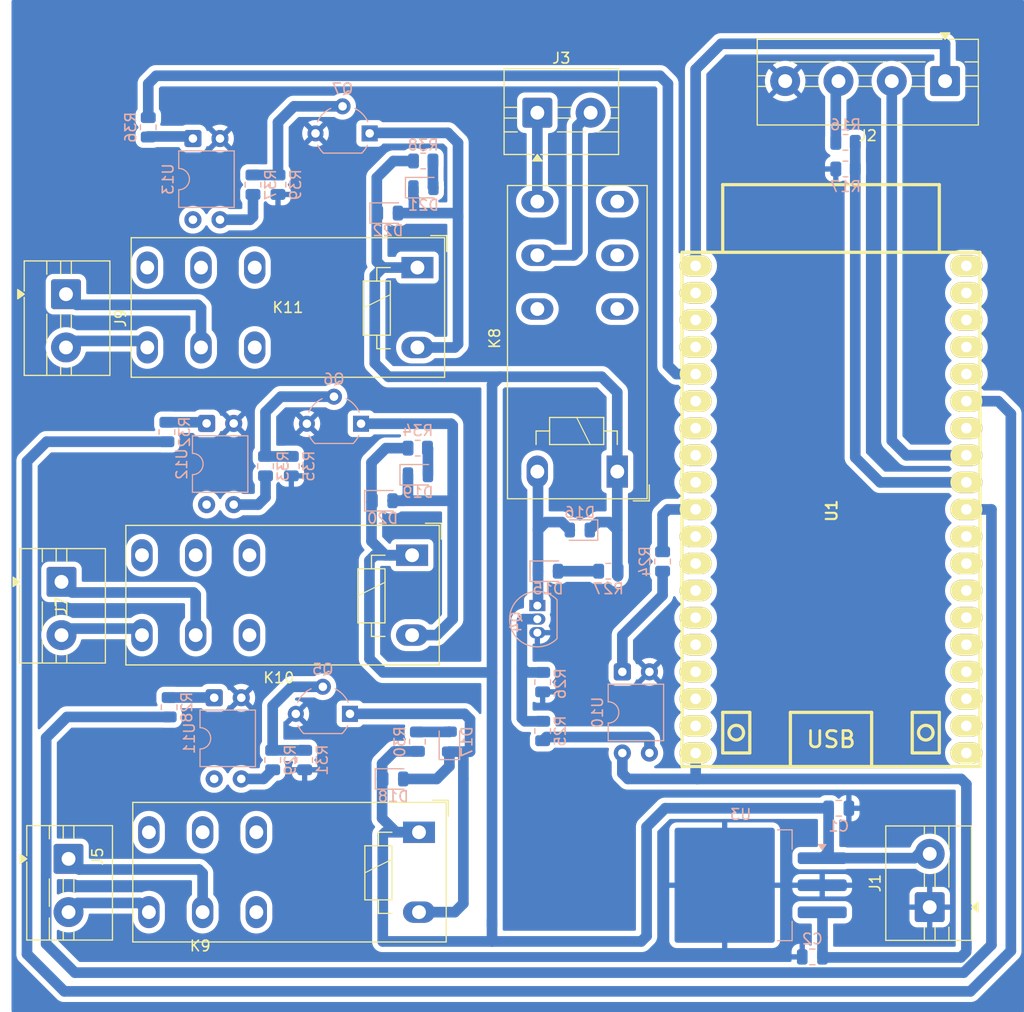
<source format=kicad_pcb>
(kicad_pcb (version 20241229) (generator "pcbnew") (generator_version "9.0")
  (layers (0 "F.Cu" signal) (2 "B.Cu" signal) (13 "F.Paste" user) (15 "B.Paste" user) (5 "F.SilkS" user "F.Silkscreen") (7 "B.SilkS" user "B.Silkscreen") (1 "F.Mask" user) (3 "B.Mask" user) (25 "Edge.Cuts" user))
  (net 0 "")
  (net 1 "GND")
  (net 2 "Net-(D15-A)")
  (net 3 "Net-(D15-K)")
  (net 4 "LED +")
  (net 5 "Net-(J2-Pin_3)")
  (net 6 "NC")
  (net 7 "Net-(Q4-B)")
  (net 8 "Net-(R24-Pad2)")
  (net 9 "Net-(R25-Pad1)")
  (net 10 "Net-(D17-A)")
  (net 11 "Net-(D19-A)")
  (net 12 "Net-(D21-A)")
  (net 18 "V1")
  (net 19 "V2")
  (net 20 "Net-(Q5-B)")
  (net 21 "Net-(Q6-B)")
  (net 22 "Net-(Q7-B)")
  (net 23 "3.3V")
  (net 24 "Net-(D17-K)")
  (net 25 "GIOP19")
  (net 26 "Net-(D19-K)")
  (net 27 "Net-(D21-K)")
  (net 28 "Net-(R28-Pad2)")
  (net 29 "Net-(R29-Pad1)")
  (net 30 "Net-(R32-Pad2)")
  (net 31 "Net-(R33-Pad1)")
  (net 32 "Net-(R36-Pad2)")
  (net 33 "Net-(R37-Pad1)")
  (net 34 "5V")
  (net 61 "GIOP21")
  (net 65 "+12V")
  (net 66 "+5V")
  (net 67 "GIOP34")
  (net 69 "V3")
  (net 70 "NO1")
  (net 71 "NO2")
  (net 72 "NO3")
  (net 81 "GIOP18")
  (net 83 "GIOP26")
  (net 84 "GIOP5")
  (footprint "Relay_THT:Relay_DPDT_Schrack-RT2-FormC_RM5mm" (layer "F.Cu") (at 237.8285 90.7615 90)
    (property "Reference" "K8" (at 12.5 -11.5 90) (layer "F.SilkS"))
    (property "Value" "Relay_DPDT")
    (pad "11" thru_hole oval (at 20.3 0 270) (size 2 3) (drill 1.3) (layers "*.Cu" "*.Mask"))
    (pad "12" thru_hole oval (at 15.26 0 270) (size 2 3) (drill 1.3) (layers "*.Cu" "*.Mask"))
    (pad "14" thru_hole oval (at 25.34 0 270) (size 2 3) (drill 1.3) (layers "*.Cu" "*.Mask"))
    (pad "21" thru_hole oval (at 20.3 -7.5 270) (size 2 3) (drill 1.3) (layers "*.Cu" "*.Mask") (net 34 "5V"))
    (pad "22" thru_hole oval (at 15.26 -7.5 270) (size 2 3) (drill 1.3) (layers "*.Cu" "*.Mask") (net 6 "NC"))
    (pad "24" thru_hole oval (at 25.34 -7.5 270) (size 2 3) (drill 1.3) (layers "*.Cu" "*.Mask") (net 4 "LED +"))
    (pad "A1" thru_hole rect (at 0 0 270) (size 3 2) (drill 1.3) (layers "*.Cu" "*.Mask") (net 65 "+12V"))
    (pad "A2" thru_hole oval (at 0 -7.5 270) (size 3 2) (drill 1.3) (layers "*.Cu" "*.Mask") (net 3 "Net-(D15-K)"))
  )
  (footprint "EESTN5:ESP32_DEVKITC" (layer "F.Cu") (at 257.8785 94.3115 -90)
    (property "Reference" "U1" (at 0.127 -0.0635 90) (layer "F.SilkS") (effects (font (size 1.016 1.016) (thickness 0.2032))))
    (property "Value" "ESP32_DEVKITC" (hide yes))
    (fp_text user "USB" (at 21.59 0 0) (layer "F.SilkS") (effects (font (size 1.524 1.524) (thickness 0.254))))
    (pad "1" thru_hole oval (at -22.86 12.7 270) (size 2 3) (drill 1) (layers "*.Cu" "*.Mask" "F.SilkS") (net 23 "3.3V"))
    (pad "2" thru_hole oval (at -20.32 12.7 270) (size 2 3) (drill 1) (layers "*.Cu" "*.Mask" "F.SilkS"))
    (pad "3" thru_hole oval (at -17.78 12.7 270) (size 2 3) (drill 1) (layers "*.Cu" "*.Mask" "F.SilkS"))
    (pad "4" thru_hole oval (at -15.24 12.7 270) (size 2 3) (drill 1) (layers "*.Cu" "*.Mask" "F.SilkS"))
    (pad "5" thru_hole oval (at -12.7 12.7 270) (size 2 3) (drill 1) (layers "*.Cu" "*.Mask" "F.SilkS") (net 67 "GIOP34"))
    (pad "6" thru_hole oval (at -10.16 12.7 270) (size 2 3) (drill 1) (layers "*.Cu" "*.Mask" "F.SilkS"))
    (pad "7" thru_hole oval (at -7.62 12.7 270) (size 2 3) (drill 1) (layers "*.Cu" "*.Mask" "F.SilkS"))
    (pad "8" thru_hole oval (at -5.08 12.7 270) (size 2 3) (drill 1) (layers "*.Cu" "*.Mask" "F.SilkS"))
    (pad "9" thru_hole oval (at -2.54 12.7 270) (size 2 3) (drill 1) (layers "*.Cu" "*.Mask" "F.SilkS"))
    (pad "10" thru_hole oval (at 0 12.7 270) (size 2 3) (drill 1) (layers "*.Cu" "*.Mask" "F.SilkS") (net 83 "GIOP26"))
    (pad "11" thru_hole oval (at 2.54 12.7 270) (size 2 3) (drill 1) (layers "*.Cu" "*.Mask" "F.SilkS"))
    (pad "12" thru_hole oval (at 5.08 12.7 270) (size 2 3) (drill 1) (layers "*.Cu" "*.Mask" "F.SilkS"))
    (pad "13" thru_hole oval (at 7.62 12.7 270) (size 2 3) (drill 1) (layers "*.Cu" "*.Mask" "F.SilkS"))
    (pad "14" thru_hole oval (at 10.16 12.7 270) (size 2 3) (drill 1) (layers "*.Cu" "*.Mask" "F.SilkS"))
    (pad "15" thru_hole oval (at 12.7 12.7 270) (size 2 3) (drill 1) (layers "*.Cu" "*.Mask" "F.SilkS"))
    (pad "16" thru_hole oval (at 15.24 12.7 270) (size 2 3) (drill 1) (layers "*.Cu" "*.Mask" "F.SilkS"))
    (pad "17" thru_hole oval (at 17.78 12.7 270) (size 2 3) (drill 1) (layers "*.Cu" "*.Mask" "F.SilkS"))
    (pad "18" thru_hole oval (at 20.32 12.7 270) (size 2 3) (drill 1) (layers "*.Cu" "*.Mask" "F.SilkS"))
    (pad "19" thru_hole oval (at 22.86 12.7 270) (size 2 3) (drill 1) (layers "*.Cu" "*.Mask" "F.SilkS") (net 66 "+5V"))
    (pad "20" thru_hole oval (at 22.86 -12.7 90) (size 2 3) (drill 1) (layers "*.Cu" "*.Mask" "F.SilkS"))
    (pad "21" thru_hole oval (at 20.32 -12.7 90) (size 2 3) (drill 1) (layers "*.Cu" "*.Mask" "F.SilkS"))
    (pad "22" thru_hole oval (at 17.78 -12.7 90) (size 2 3) (drill 1) (layers "*.Cu" "*.Mask" "F.SilkS"))
    (pad "23" thru_hole oval (at 15.24 -12.7 90) (size 2 3) (drill 1) (layers "*.Cu" "*.Mask" "F.SilkS"))
    (pad "24" thru_hole oval (at 12.7 -12.7 90) (size 2 3) (drill 1) (layers "*.Cu" "*.Mask" "F.SilkS"))
    (pad "25" thru_hole oval (at 10.16 -12.7 90) (size 2 3) (drill 1) (layers "*.Cu" "*.Mask" "F.SilkS"))
    (pad "26" thru_hole oval (at 7.62 -12.7 90) (size 2 3) (drill 1) (layers "*.Cu" "*.Mask" "F.SilkS"))
    (pad "27" thru_hole oval (at 5.08 -12.7 90) (size 2 3) (drill 1) (layers "*.Cu" "*.Mask" "F.SilkS"))
    (pad "28" thru_hole oval (at 2.54 -12.7 90) (size 2 3) (drill 1) (layers "*.Cu" "*.Mask" "F.SilkS"))
    (pad "29" thru_hole oval (at 0 -12.7 90) (size 2 3) (drill 1) (layers "*.Cu" "*.Mask" "F.SilkS") (net 84 "GIOP5"))
    (pad "30" thru_hole oval (at -2.54 -12.7 90) (size 2 3) (drill 1) (layers "*.Cu" "*.Mask" "F.SilkS") (net 81 "GIOP18"))
    (pad "31" thru_hole oval (at -5.08 -12.7 90) (size 2 3) (drill 1) (layers "*.Cu" "*.Mask" "F.SilkS"))
    (pad "32" thru_hole oval (at -7.62 -12.7 90) (size 2 3) (drill 1) (layers "*.Cu" "*.Mask" "F.SilkS"))
    (pad "33" thru_hole oval (at -10.16 -12.7 90) (size 2 3) (drill 1) (layers "*.Cu" "*.Mask" "F.SilkS") (net 61 "GIOP21"))
    (pad "34" thru_hole oval (at -12.7 -12.7 90) (size 2 3) (drill 1) (layers "*.Cu" "*.Mask" "F.SilkS"))
    (pad "35" thru_hole oval (at -15.24 -12.7 90) (size 2 3) (drill 1) (layers "*.Cu" "*.Mask" "F.SilkS"))
    (pad "36" thru_hole oval (at -17.78 -12.7 90) (size 2 3) (drill 1) (layers "*.Cu" "*.Mask" "F.SilkS"))
    (pad "37" thru_hole oval (at -20.32 -12.7 90) (size 2 3) (drill 1) (layers "*.Cu" "*.Mask" "F.SilkS"))
    (pad "38" thru_hole oval (at -22.86 -12.7 90) (size 2 3) (drill 1) (layers "*.Cu" "*.Mask" "F.SilkS"))
  )
  (footprint "TerminalBlock:TerminalBlock_MaiXu_MX126-5.0-02P_1x02_P5.00mm" (layer "F.Cu") (at 267.1385 131.6415 90)
    (property "Reference" "J1" (at 2.25 -5.12 90) (layer "F.SilkS"))
    (property "Value" "Screw_Terminal_01x02")
    (pad "1" thru_hole roundrect (at 0 0 90) (size 2.8 2.8) (drill 1.3) (layers "*.Cu" "*.Mask") (roundrect_rratio 0.089286) (net 1 "GND"))
    (pad "2" thru_hole circle (at 5 0 90) (size 2.8 2.8) (drill 1.3) (layers "*.Cu" "*.Mask") (net 65 "+12V"))
  )
  (footprint "Relay_THT:Relay_DPDT_Schrack-RT2-FormC_RM5mm" (layer "F.Cu") (at 219.0785 71.6115 180)
    (property "Reference" "K11" (at 12.15 -3.75 0) (layer "F.SilkS"))
    (property "Value" "Relay_DPDT")
    (pad "11" thru_hole oval (at 20.3 0) (size 2 3) (drill 1.3) (layers "*.Cu" "*.Mask"))
    (pad "12" thru_hole oval (at 15.26 0) (size 2 3) (drill 1.3) (layers "*.Cu" "*.Mask"))
    (pad "14" thru_hole oval (at 25.34 0) (size 2 3) (drill 1.3) (layers "*.Cu" "*.Mask"))
    (pad "21" thru_hole oval (at 20.3 -7.5) (size 2 3) (drill 1.3) (layers "*.Cu" "*.Mask") (net 69 "V3"))
    (pad "22" thru_hole oval (at 15.26 -7.5) (size 2 3) (drill 1.3) (layers "*.Cu" "*.Mask"))
    (pad "24" thru_hole oval (at 25.34 -7.5) (size 2 3) (drill 1.3) (layers "*.Cu" "*.Mask") (net 72 "NO3"))
    (pad "A1" thru_hole rect (at 0 0) (size 3 2) (drill 1.3) (layers "*.Cu" "*.Mask") (net 65 "+12V"))
    (pad "A2" thru_hole oval (at 0 -7.5) (size 3 2) (drill 1.3) (layers "*.Cu" "*.Mask") (net 27 "Net-(D21-K)"))
  )
  (footprint "Relay_THT:Relay_DPDT_Schrack-RT2-FormC_RM5mm" (layer "F.Cu") (at 219.2285 124.6115 180)
    (property "Reference" "K9" (at 20.52375 -10.675 0) (layer "F.SilkS"))
    (property "Value" "Relay_DPDT")
    (pad "11" thru_hole oval (at 20.3 0) (size 2 3) (drill 1.3) (layers "*.Cu" "*.Mask"))
    (pad "12" thru_hole oval (at 15.26 0) (size 2 3) (drill 1.3) (layers "*.Cu" "*.Mask"))
    (pad "14" thru_hole oval (at 25.34 0) (size 2 3) (drill 1.3) (layers "*.Cu" "*.Mask"))
    (pad "21" thru_hole oval (at 20.3 -7.5) (size 2 3) (drill 1.3) (layers "*.Cu" "*.Mask") (net 18 "V1"))
    (pad "22" thru_hole oval (at 15.26 -7.5) (size 2 3) (drill 1.3) (layers "*.Cu" "*.Mask"))
    (pad "24" thru_hole oval (at 25.34 -7.5) (size 2 3) (drill 1.3) (layers "*.Cu" "*.Mask") (net 70 "NO1"))
    (pad "A1" thru_hole rect (at 0 0) (size 3 2) (drill 1.3) (layers "*.Cu" "*.Mask") (net 65 "+12V"))
    (pad "A2" thru_hole oval (at 0 -7.5) (size 3 2) (drill 1.3) (layers "*.Cu" "*.Mask") (net 24 "Net-(D17-K)"))
  )
  (footprint "TerminalBlock:TerminalBlock_MaiXu_MX126-5.0-02P_1x02_P5.00mm" (layer "F.Cu") (at 230.3285 57.079)
    (property "Reference" "J3" (at 2.25 -5.12 0) (layer "F.SilkS"))
    (property "Value" "Screw_Terminal_01x02")
    (pad "1" thru_hole roundrect (at 0 0) (size 2.8 2.8) (drill 1.3) (layers "*.Cu" "*.Mask") (roundrect_rratio 0.089286) (net 4 "LED +"))
    (pad "2" thru_hole circle (at 5 0) (size 2.8 2.8) (drill 1.3) (layers "*.Cu" "*.Mask") (net 34 "5V"))
  )
  (footprint "TerminalBlock:TerminalBlock_MaiXu_MX126-5.0-02P_1x02_P5.00mm" (layer "F.Cu") (at 186.351 127.1115 -90)
    (property "Reference" "J5" (at -0.21 -2.725 90) (layer "F.SilkS"))
    (property "Value" "Screw_Terminal_01x02")
    (pad "1" thru_hole roundrect (at 0 0 270) (size 2.8 2.8) (drill 1.3) (layers "*.Cu" "*.Mask") (roundrect_rratio 0.089286) (net 18 "V1"))
    (pad "2" thru_hole circle (at 5 0 270) (size 2.8 2.8) (drill 1.3) (layers "*.Cu" "*.Mask") (net 70 "NO1"))
  )
  (footprint "TerminalBlock:TerminalBlock_MaiXu_MX126-5.0-04P_1x04_P5.00mm" (layer "F.Cu") (at 268.5785 54.1115 180)
    (property "Reference" "J2" (at 7.25 -5.12 0) (layer "F.SilkS"))
    (property "Value" "Screw_Terminal_01x04")
    (pad "1" thru_hole roundrect (at 0 0 180) (size 2.8 2.8) (drill 1.3) (layers "*.Cu" "*.Mask") (roundrect_rratio 0.089286) (net 23 "3.3V"))
    (pad "2" thru_hole circle (at 5 0 180) (size 2.8 2.8) (drill 1.3) (layers "*.Cu" "*.Mask") (net 25 "GIOP19"))
    (pad "3" thru_hole circle (at 10 0 180) (size 2.8 2.8) (drill 1.3) (layers "*.Cu" "*.Mask") (net 5 "Net-(J2-Pin_3)"))
    (pad "4" thru_hole circle (at 15 0 180) (size 2.8 2.8) (drill 1.3) (layers "*.Cu" "*.Mask") (net 1 "GND"))
  )
  (footprint "TerminalBlock:TerminalBlock_MaiXu_MX126-5.0-02P_1x02_P5.00mm" (layer "F.Cu") (at 185.6885 101.1115 -90)
    (property "Reference" "J7" (at 2.25 0.0325 90) (layer "F.SilkS"))
    (property "Value" "Screw_Terminal_01x02")
    (pad "1" thru_hole roundrect (at 0 0 270) (size 2.8 2.8) (drill 1.3) (layers "*.Cu" "*.Mask") (roundrect_rratio 0.089286) (net 19 "V2"))
    (pad "2" thru_hole circle (at 5 0 270) (size 2.8 2.8) (drill 1.3) (layers "*.Cu" "*.Mask") (net 71 "NO2"))
  )
  (footprint "Relay_THT:Relay_DPDT_Schrack-RT2-FormC_RM5mm" (layer "F.Cu") (at 218.5785 98.6115 180)
    (property "Reference" "K10" (at 12.5 -11.5 0) (layer "F.SilkS"))
    (property "Value" "Relay_DPDT")
    (pad "11" thru_hole oval (at 20.3 0) (size 2 3) (drill 1.3) (layers "*.Cu" "*.Mask"))
    (pad "12" thru_hole oval (at 15.26 0) (size 2 3) (drill 1.3) (layers "*.Cu" "*.Mask"))
    (pad "14" thru_hole oval (at 25.34 0) (size 2 3) (drill 1.3) (layers "*.Cu" "*.Mask"))
    (pad "21" thru_hole oval (at 20.3 -7.5) (size 2 3) (drill 1.3) (layers "*.Cu" "*.Mask") (net 19 "V2"))
    (pad "22" thru_hole oval (at 15.26 -7.5) (size 2 3) (drill 1.3) (layers "*.Cu" "*.Mask"))
    (pad "24" thru_hole oval (at 25.34 -7.5) (size 2 3) (drill 1.3) (layers "*.Cu" "*.Mask") (net 71 "NO2"))
    (pad "A1" thru_hole rect (at 0 0) (size 3 2) (drill 1.3) (layers "*.Cu" "*.Mask") (net 65 "+12V"))
    (pad "A2" thru_hole oval (at 0 -7.5) (size 3 2) (drill 1.3) (layers "*.Cu" "*.Mask") (net 26 "Net-(D19-K)"))
  )
  (footprint "TerminalBlock:TerminalBlock_MaiXu_MX126-5.0-02P_1x02_P5.00mm" (layer "F.Cu") (at 186.111 74.1115 -90)
    (property "Reference" "J9" (at 2.25 -5.12 90) (layer "F.SilkS"))
    (property "Value" "Screw_Terminal_01x02")
    (pad "1" thru_hole roundrect (at 0 0 270) (size 2.8 2.8) (drill 1.3) (layers "*.Cu" "*.Mask") (roundrect_rratio 0.089286) (net 69 "V3"))
    (pad "2" thru_hole circle (at 5 0 270) (size 2.8 2.8) (drill 1.3) (layers "*.Cu" "*.Mask") (net 72 "NO3"))
  )
  (footprint "Resistor_SMD:R_0805_2012Metric" (layer "B.Cu") (at 230.8285 110.524 90)
    (property "Reference" "R26" (at -0.1425 1.65 90) (layer "B.SilkS") (effects (justify mirror)))
    (property "Value" "10K")
    (pad "1" smd roundrect (at -0.9125 0 90) (size 1.025 1.4) (layers "B.Cu" "B.Mask" "B.Paste") (roundrect_rratio 0.243902) (net 1 "GND"))
    (pad "2" smd roundrect (at 0.9125 0 90) (size 1.025 1.4) (layers "B.Cu" "B.Mask" "B.Paste") (roundrect_rratio 0.243902) (net 7 "Net-(Q4-B)"))
  )
  (footprint "Resistor_SMD:R_0805_2012Metric" (layer "B.Cu") (at 219.0785 116.1115 -90)
    (property "Reference" "R30" (at 0 1.65 90) (layer "B.SilkS") (effects (justify mirror)))
    (property "Value" "330")
    (pad "1" smd roundrect (at -0.9125 0 270) (size 1.025 1.4) (layers "B.Cu" "B.Mask" "B.Paste") (roundrect_rratio 0.243902) (net 10 "Net-(D17-A)"))
    (pad "2" smd roundrect (at 0.9125 0 270) (size 1.025 1.4) (layers "B.Cu" "B.Mask" "B.Paste") (roundrect_rratio 0.243902) (net 65 "+12V"))
  )
  (footprint "Resistor_SMD:R_0805_2012Metric" (layer "B.Cu") (at 195.5785 87.0465 90)
    (property "Reference" "R32" (at 0 1.65 90) (layer "B.SilkS") (effects (justify mirror)))
    (property "Value" "1K")
    (pad "1" smd roundrect (at -0.9125 0 90) (size 1.025 1.4) (layers "B.Cu" "B.Mask" "B.Paste") (roundrect_rratio 0.243902) (net 61 "GIOP21"))
    (pad "2" smd roundrect (at 0.9125 0 90) (size 1.025 1.4) (layers "B.Cu" "B.Mask" "B.Paste") (roundrect_rratio 0.243902) (net 30 "Net-(R32-Pad2)"))
  )
  (footprint "Diode_SMD:D_0805_2012Metric" (layer "B.Cu") (at 234.3125 96.25 180)
    (property "Reference" "D16" (at 0 1.65 0) (layer "B.SilkS") (effects (justify mirror)))
    (property "Value" "D")
    (pad "1" smd roundrect (at -0.9375 0 180) (size 0.975 1.4) (layers "B.Cu" "B.Mask" "B.Paste") (net 65 "+12V"))
    (pad "2" smd roundrect (at 0.9375 0 180) (size 0.975 1.4) (layers "B.Cu" "B.Mask" "B.Paste") (net 3 "Net-(D15-K)"))
  )
  (footprint "Resistor_SMD:R_0805_2012Metric" (layer "B.Cu") (at 207.25 90.25 90)
    (property "Reference" "R35" (at 0 1.65 90) (layer "B.SilkS") (effects (justify mirror)))
    (property "Value" "10K")
    (pad "1" smd roundrect (at -0.9125 0 90) (size 1.025 1.4) (layers "B.Cu" "B.Mask" "B.Paste") (roundrect_rratio 0.243902) (net 1 "GND"))
    (pad "2" smd roundrect (at 0.9125 0 90) (size 1.025 1.4) (layers "B.Cu" "B.Mask" "B.Paste") (roundrect_rratio 0.243902) (net 21 "Net-(Q6-B)"))
  )
  (footprint "Resistor_SMD:R_0805_2012Metric" (layer "B.Cu") (at 208.5 117.8375 90)
    (property "Reference" "R31" (at 0 1.65 90) (layer "B.SilkS") (effects (justify mirror)))
    (property "Value" "10K")
    (pad "1" smd roundrect (at -0.9125 0 90) (size 1.025 1.4) (layers "B.Cu" "B.Mask" "B.Paste") (roundrect_rratio 0.243902) (net 1 "GND"))
    (pad "2" smd roundrect (at 0.9125 0 90) (size 1.025 1.4) (layers "B.Cu" "B.Mask" "B.Paste") (roundrect_rratio 0.243902) (net 20 "Net-(Q5-B)"))
  )
  (footprint "Diode_SMD:D_0805_2012Metric" (layer "B.Cu") (at 216.8125 119.6115)
    (property "Reference" "D18" (at 0 1.65 180) (layer "B.SilkS") (effects (justify mirror)))
    (property "Value" "D")
    (pad "1" smd roundrect (at -0.9375 0) (size 0.975 1.4) (layers "B.Cu" "B.Mask" "B.Paste") (net 65 "+12V"))
    (pad "2" smd roundrect (at 0.9375 0) (size 0.975 1.4) (layers "B.Cu" "B.Mask" "B.Paste") (net 24 "Net-(D17-K)"))
  )
  (footprint "Resistor_SMD:R_0805_2012Metric" (layer "B.Cu") (at 205.5 117.8375 90)
    (property "Reference" "R29" (at 0 1.65 90) (layer "B.SilkS") (effects (justify mirror)))
    (property "Value" "1K")
    (pad "1" smd roundrect (at -0.9125 0 90) (size 1.025 1.4) (layers "B.Cu" "B.Mask" "B.Paste") (roundrect_rratio 0.243902) (net 29 "Net-(R29-Pad1)"))
    (pad "2" smd roundrect (at 0.9125 0 90) (size 1.025 1.4) (layers "B.Cu" "B.Mask" "B.Paste") (roundrect_rratio 0.243902) (net 20 "Net-(Q5-B)"))
  )
  (footprint "Diode_SMD:D_0805_2012Metric" (layer "B.Cu") (at 215.8125 93.5)
    (property "Reference" "D20" (at 0 1.65 180) (layer "B.SilkS") (effects (justify mirror)))
    (property "Value" "D")
    (pad "1" smd roundrect (at -0.9375 0) (size 0.975 1.4) (layers "B.Cu" "B.Mask" "B.Paste") (net 65 "+12V"))
    (pad "2" smd roundrect (at 0.9375 0) (size 0.975 1.4) (layers "B.Cu" "B.Mask" "B.Paste") (net 26 "Net-(D19-K)"))
  )
  (footprint "Resistor_SMD:R_0805_2012Metric" (layer "B.Cu") (at 195.78975 112.879625 90)
    (property "Reference" "R28" (at 0 1.65 90) (layer "B.SilkS") (effects (justify mirror)))
    (property "Value" "1K")
    (pad "1" smd roundrect (at -0.9125 0 90) (size 1.025 1.4) (layers "B.Cu" "B.Mask" "B.Paste") (roundrect_rratio 0.243902) (net 84 "GIOP5"))
    (pad "2" smd roundrect (at 0.9125 0 90) (size 1.025 1.4) (layers "B.Cu" "B.Mask" "B.Paste") (roundrect_rratio 0.243902) (net 28 "Net-(R28-Pad2)"))
  )
  (footprint "Resistor_SMD:R_0805_2012Metric" (layer "B.Cu") (at 259.241 59.8615 180)
    (property "Reference" "R16" (at 0 1.65 0) (layer "B.SilkS") (effects (justify mirror)))
    (property "Value" "1K")
    (pad "1" smd roundrect (at -0.9125 0 180) (size 1.025 1.4) (layers "B.Cu" "B.Mask" "B.Paste") (roundrect_rratio 0.243902) (net 81 "GIOP18"))
    (pad "2" smd roundrect (at 0.9125 0 180) (size 1.025 1.4) (layers "B.Cu" "B.Mask" "B.Paste") (roundrect_rratio 0.243902) (net 5 "Net-(J2-Pin_3)"))
  )
  (footprint "Resistor_SMD:R_0805_2012Metric" (layer "B.Cu") (at 206 63.8375 90)
    (property "Reference" "R39" (at 0 1.65 90) (layer "B.SilkS") (effects (justify mirror)))
    (property "Value" "10K")
    (pad "1" smd roundrect (at -0.9125 0 90) (size 1.025 1.4) (layers "B.Cu" "B.Mask" "B.Paste") (roundrect_rratio 0.243902) (net 1 "GND"))
    (pad "2" smd roundrect (at 0.9125 0 90) (size 1.025 1.4) (layers "B.Cu" "B.Mask" "B.Paste") (roundrect_rratio 0.243902) (net 22 "Net-(Q7-B)"))
  )
  (footprint "LED_SMD:LED_0805_2012Metric" (layer "B.Cu") (at 219.1285 91.0615)
    (property "Reference" "D19" (at 0 1.65 0) (layer "B.SilkS") (effects (justify mirror)))
    (property "Value" "LED")
    (pad "1" smd roundrect (at -0.9375 0) (size 0.975 1.4) (layers "B.Cu" "B.Mask" "B.Paste") (net 26 "Net-(D19-K)"))
    (pad "2" smd roundrect (at 0.9375 0) (size 0.975 1.4) (layers "B.Cu" "B.Mask" "B.Paste") (net 11 "Net-(D19-A)"))
  )
  (footprint "Package_TO_SOT_THT:TO-92_Wide" (layer "B.Cu") (at 212.75 113.5 180)
    (property "Reference" "Q5" (at 2.55 4.19 0) (layer "B.SilkS") (effects (justify mirror)))
    (property "Value" "BC547")
    (pad "1" thru_hole rect (at 0 0 180) (size 1.5 1.5) (drill 0.8) (layers "*.Cu" "*.Mask") (net 24 "Net-(D17-K)"))
    (pad "2" thru_hole circle (at 2.54 2.54 180) (size 1.5 1.5) (drill 0.8) (layers "*.Cu" "*.Mask") (net 20 "Net-(Q5-B)"))
    (pad "3" thru_hole circle (at 5.08 0 180) (size 1.5 1.5) (drill 0.8) (layers "*.Cu" "*.Mask") (net 1 "GND"))
  )
  (footprint "Resistor_SMD:R_0805_2012Metric" (layer "B.Cu") (at 219.621 61.6115 180)
    (property "Reference" "R38" (at 0 1.5 0) (layer "B.SilkS") (effects (justify mirror)))
    (property "Value" "330")
    (pad "1" smd roundrect (at -0.9125 0 180) (size 1.025 1.4) (layers "B.Cu" "B.Mask" "B.Paste") (roundrect_rratio 0.243902) (net 12 "Net-(D21-A)"))
    (pad "2" smd roundrect (at 0.9125 0 180) (size 1.025 1.4) (layers "B.Cu" "B.Mask" "B.Paste") (roundrect_rratio 0.243902) (net 65 "+12V"))
  )
  (footprint "Resistor_SMD:R_0805_2012Metric" (layer "B.Cu") (at 236.991 100.1115)
    (property "Reference" "R27" (at 0 1.65 0) (layer "B.SilkS") (effects (justify mirror)))
    (property "Value" "330")
    (pad "1" smd roundrect (at -0.9125 0) (size 1.025 1.4) (layers "B.Cu" "B.Mask" "B.Paste") (roundrect_rratio 0.243902) (net 2 "Net-(D15-A)"))
    (pad "2" smd roundrect (at 0.9125 0) (size 1.025 1.4) (layers "B.Cu" "B.Mask" "B.Paste") (roundrect_rratio 0.243902) (net 65 "+12V"))
  )
  (footprint "Resistor_SMD:R_0805_2012Metric" (layer "B.Cu") (at 193.8285 58.449 -90)
    (property "Reference" "R36" (at 0 1.65 90) (layer "B.SilkS") (effects (justify mirror)))
    (property "Value" "1K")
    (pad "1" smd roundrect (at -0.9125 0 270) (size 1.025 1.4) (layers "B.Cu" "B.Mask" "B.Paste") (roundrect_rratio 0.243902) (net 67 "GIOP34"))
    (pad "2" smd roundrect (at 0.9125 0 270) (size 1.025 1.4) (layers "B.Cu" "B.Mask" "B.Paste") (roundrect_rratio 0.243902) (net 32 "Net-(R36-Pad2)"))
  )
  (footprint "Resistor_SMD:R_0805_2012Metric" (layer "B.Cu") (at 230.8285 115.1115 90)
    (property "Reference" "R25" (at 0 1.65 90) (layer "B.SilkS") (effects (justify mirror)))
    (property "Value" "1K")
    (pad "1" smd roundrect (at -0.9125 0 90) (size 1.025 1.4) (layers "B.Cu" "B.Mask" "B.Paste") (roundrect_rratio 0.243902) (net 9 "Net-(R25-Pad1)"))
    (pad "2" smd roundrect (at 0.9125 0 90) (size 1.025 1.4) (layers "B.Cu" "B.Mask" "B.Paste") (roundrect_rratio 0.243902) (net 7 "Net-(Q4-B)"))
  )
  (footprint "Package_TO_SOT_THT:TO-92_Wide" (layer "B.Cu") (at 214.5985 59.02 180)
    (property "Reference" "Q7" (at 2.55 4.19 0) (layer "B.SilkS") (effects (justify mirror)))
    (property "Value" "BC547")
    (pad "1" thru_hole rect (at 0 0 180) (size 1.5 1.5) (drill 0.8) (layers "*.Cu" "*.Mask") (net 27 "Net-(D21-K)"))
    (pad "2" thru_hole circle (at 2.54 2.54 180) (size 1.5 1.5) (drill 0.8) (layers "*.Cu" "*.Mask") (net 22 "Net-(Q7-B)"))
    (pad "3" thru_hole circle (at 5.08 0 180) (size 1.5 1.5) (drill 0.8) (layers "*.Cu" "*.Mask") (net 1 "GND"))
  )
  (footprint "LED_SMD:LED_0805_2012Metric" (layer "B.Cu") (at 219.641 64.1115)
    (property "Reference" "D21" (at 0 1.65 0) (layer "B.SilkS") (effects (justify mirror)))
    (property "Value" "LED")
    (pad "1" smd roundrect (at -0.9375 0) (size 0.975 1.4) (layers "B.Cu" "B.Mask" "B.Paste") (net 27 "Net-(D21-K)"))
    (pad "2" smd roundrect (at 0.9375 0) (size 0.975 1.4) (layers "B.Cu" "B.Mask" "B.Paste") (net 12 "Net-(D21-A)"))
  )
  (footprint "LED_SMD:LED_0805_2012Metric" (layer "B.Cu") (at 222.0785 116.1115 90)
    (property "Reference" "D17" (at 0 1.65 90) (layer "B.SilkS") (effects (justify mirror)))
    (property "Value" "LED")
    (pad "1" smd roundrect (at -0.9375 0 90) (size 0.975 1.4) (layers "B.Cu" "B.Mask" "B.Paste") (net 24 "Net-(D17-K)"))
    (pad "2" smd roundrect (at 0.9375 0 90) (size 0.975 1.4) (layers "B.Cu" "B.Mask" "B.Paste") (net 10 "Net-(D17-A)"))
  )
  (footprint "Package_DIP:DIP-4_W7.62mm" (layer "B.Cu") (at 200.01475 111.987125 -90)
    (property "Reference" "U11" (at 3.81 2.33 90) (layer "B.SilkS") (effects (justify mirror)))
    (property "Value" "PC817")
    (pad "1" thru_hole roundrect (at 0 0 270) (size 1.6 1.6) (drill 0.8) (layers "*.Cu" "*.Mask") (roundrect_rratio 0.15625) (net 28 "Net-(R28-Pad2)"))
    (pad "2" thru_hole circle (at 0 -2.54 270) (size 1.6 1.6) (drill 0.8) (layers "*.Cu" "*.Mask") (net 1 "GND"))
    (pad "3" thru_hole circle (at 7.62 -2.54 270) (size 1.6 1.6) (drill 0.8) (layers "*.Cu" "*.Mask") (net 29 "Net-(R29-Pad1)"))
    (pad "4" thru_hole circle (at 7.62 0 270) (size 1.6 1.6) (drill 0.8) (layers "*.Cu" "*.Mask"))
  )
  (footprint "Capacitor_SMD:C_0805_2012Metric" (layer "B.Cu") (at 258.6035 122.3615)
    (property "Reference" "C1" (at 0 1.68 0) (layer "B.SilkS") (effects (justify mirror)))
    (property "Value" "0.33µf")
    (pad "1" smd roundrect (at -0.95 0) (size 1 1.45) (layers "B.Cu" "B.Mask" "B.Paste") (net 65 "+12V"))
    (pad "2" smd roundrect (at 0.95 0) (size 1 1.45) (layers "B.Cu" "B.Mask" "B.Paste") (net 1 "GND"))
  )
  (footprint "Capacitor_SMD:C_0805_2012Metric" (layer "B.Cu") (at 256.1285 136.3115 180)
    (property "Reference" "C2" (at 0 1.68 0) (layer "B.SilkS") (effects (justify mirror)))
    (property "Value" "0.1µf")
    (pad "1" smd roundrect (at -0.95 0 180) (size 1 1.45) (layers "B.Cu" "B.Mask" "B.Paste") (net 66 "+5V"))
    (pad "2" smd roundrect (at 0.95 0 180) (size 1 1.45) (layers "B.Cu" "B.Mask" "B.Paste") (net 1 "GND"))
  )
  (footprint "Package_DIP:DIP-4_W7.62mm" (layer "B.Cu") (at 199.3035 86.2415 -90)
    (property "Reference" "U12" (at 3.81 2.33 90) (layer "B.SilkS") (effects (justify mirror)))
    (property "Value" "PC817")
    (pad "1" thru_hole roundrect (at 0 0 270) (size 1.6 1.6) (drill 0.8) (layers "*.Cu" "*.Mask") (roundrect_rratio 0.15625) (net 30 "Net-(R32-Pad2)"))
    (pad "2" thru_hole circle (at 0 -2.54 270) (size 1.6 1.6) (drill 0.8) (layers "*.Cu" "*.Mask") (net 1 "GND"))
    (pad "3" thru_hole circle (at 7.62 -2.54 270) (size 1.6 1.6) (drill 0.8) (layers "*.Cu" "*.Mask") (net 31 "Net-(R33-Pad1)"))
    (pad "4" thru_hole circle (at 7.62 0 270) (size 1.6 1.6) (drill 0.8) (layers "*.Cu" "*.Mask"))
  )
  (footprint "Package_TO_SOT_THT:TO-92_Inline" (layer "B.Cu") (at 230.3285 103.3415 -90)
    (property "Reference" "Q4" (at 1.54 2 90) (layer "B.SilkS") (effects (justify mirror)))
    (property "Value" "BC547")
    (pad "1" thru_hole rect (at 0 0 270) (size 1.05 1.5) (drill 0.75) (layers "*.Cu" "*.Mask") (net 3 "Net-(D15-K)"))
    (pad "2" thru_hole oval (at 1.27 0 270) (size 1.05 1.5) (drill 0.75) (layers "*.Cu" "*.Mask") (net 7 "Net-(Q4-B)"))
    (pad "3" thru_hole oval (at 2.54 0 270) (size 1.05 1.5) (drill 0.75) (layers "*.Cu" "*.Mask") (net 1 "GND"))
  )
  (footprint "Diode_SMD:D_0805_2012Metric" (layer "B.Cu") (at 216.3125 66.5)
    (property "Reference" "D22" (at 0 1.65 180) (layer "B.SilkS") (effects (justify mirror)))
    (property "Value" "D")
    (pad "1" smd roundrect (at -0.9375 0) (size 0.975 1.4) (layers "B.Cu" "B.Mask" "B.Paste") (net 65 "+12V"))
    (pad "2" smd roundrect (at 0.9375 0) (size 0.975 1.4) (layers "B.Cu" "B.Mask" "B.Paste") (net 27 "Net-(D21-K)"))
  )
  (footprint "Package_TO_SOT_SMD:TO-263-3_TabPin2" (layer "B.Cu") (at 249.4035 129.5865 180)
    (property "Reference" "U3" (at 0 6.65 0) (layer "B.SilkS") (effects (justify mirror)))
    (property "Value" "L7805")
    (pad "1" smd roundrect (at -7.65 2.54 180) (size 4.6 1.1) (layers "B.Cu" "B.Mask" "B.Paste") (roundrect_rratio 0.227273) (net 65 "+12V"))
    (pad "2" smd roundrect (at -7.65 0 180) (size 4.6 1.1) (layers "B.Cu" "B.Mask" "B.Paste") (roundrect_rratio 0.227273) (net 1 "GND"))
    (pad "2" smd roundrect (at 1.5 0 180) (size 9.4 10.8) (layers "B.Cu" "B.Mask") (roundrect_rratio 0.026596) (net 1 "GND"))
    (pad "3" smd roundrect (at -7.65 -2.54 180) (size 4.6 1.1) (layers "B.Cu" "B.Mask" "B.Paste") (roundrect_rratio 0.227273) (net 66 "+5V"))
  )
  (footprint "Package_TO_SOT_THT:TO-92_Wide" (layer "B.Cu") (at 213.79 86.27 180)
    (property "Reference" "Q6" (at 2.55 4.19 0) (layer "B.SilkS") (effects (justify mirror)))
    (property "Value" "BC547")
    (pad "1" thru_hole rect (at 0 0 180) (size 1.5 1.5) (drill 0.8) (layers "*.Cu" "*.Mask") (net 26 "Net-(D19-K)"))
    (pad "2" thru_hole circle (at 2.54 2.54 180) (size 1.5 1.5) (drill 0.8) (layers "*.Cu" "*.Mask") (net 21 "Net-(Q6-B)"))
    (pad "3" thru_hole circle (at 5.08 0 180) (size 1.5 1.5) (drill 0.8) (layers "*.Cu" "*.Mask") (net 1 "GND"))
  )
  (footprint "LED_SMD:LED_0805_2012Metric" (layer "B.Cu") (at 231.3285 100.1115)
    (property "Reference" "D15" (at 0 1.65 0) (layer "B.SilkS") (effects (justify mirror)))
    (property "Value" "LED")
    (pad "1" smd roundrect (at -0.9375 0) (size 0.975 1.4) (layers "B.Cu" "B.Mask" "B.Paste") (net 3 "Net-(D15-K)"))
    (pad "2" smd roundrect (at 0.9375 0) (size 0.975 1.4) (layers "B.Cu" "B.Mask" "B.Paste") (net 2 "Net-(D15-A)"))
  )
  (footprint "Package_DIP:DIP-4_W7.62mm" (layer "B.Cu") (at 238.3035 109.5565 -90)
    (property "Reference" "U10" (at 3.81 2.33 90) (layer "B.SilkS") (effects (justify mirror)))
    (property "Value" "PC817")
    (pad "1" thru_hole roundrect (at 0 0 270) (size 1.6 1.6) (drill 0.8) (layers "*.Cu" "*.Mask") (roundrect_rratio 0.15625) (net 8 "Net-(R24-Pad2)"))
    (pad "2" thru_hole circle (at 0 -2.54 270) (size 1.6 1.6) (drill 0.8) (layers "*.Cu" "*.Mask") (net 1 "GND"))
    (pad "3" thru_hole circle (at 7.62 -2.54 270) (size 1.6 1.6) (drill 0.8) (layers "*.Cu" "*.Mask") (net 9 "Net-(R25-Pad1)"))
    (pad "4" thru_hole circle (at 7.62 0 270) (size 1.6 1.6) (drill 0.8) (layers "*.Cu" "*.Mask") (net 66 "+5V"))
  )
  (footprint "Resistor_SMD:R_0805_2012Metric" (layer "B.Cu") (at 242.0785 99.199 -90)
    (property "Reference" "R24" (at 0 1.65 90) (layer "B.SilkS") (effects (justify mirror)))
    (property "Value" "1K")
    (pad "1" smd roundrect (at -0.9125 0 270) (size 1.025 1.4) (layers "B.Cu" "B.Mask" "B.Paste") (roundrect_rratio 0.243902) (net 83 "GIOP26"))
    (pad "2" smd roundrect (at 0.9125 0 270) (size 1.025 1.4) (layers "B.Cu" "B.Mask" "B.Paste") (roundrect_rratio 0.243902) (net 8 "Net-(R24-Pad2)"))
  )
  (footprint "Resistor_SMD:R_0805_2012Metric" (layer "B.Cu") (at 203.6535 63.8375 90)
    (property "Reference" "R37" (at 0 1.65 90) (layer "B.SilkS") (effects (justify mirror)))
    (property "Value" "1K")
    (pad "1" smd roundrect (at -0.9125 0 90) (size 1.025 1.4) (layers "B.Cu" "B.Mask" "B.Paste") (roundrect_rratio 0.243902) (net 33 "Net-(R37-Pad1)"))
    (pad "2" smd roundrect (at 0.9125 0 90) (size 1.025 1.4) (layers "B.Cu" "B.Mask" "B.Paste") (roundrect_rratio 0.243902) (net 22 "Net-(Q7-B)"))
  )
  (footprint "Resistor_SMD:R_0805_2012Metric" (layer "B.Cu") (at 259.241 62.3615)
    (property "Reference" "R17" (at 0 1.65 0) (layer "B.SilkS") (effects (justify mirror)))
    (property "Value" "2K")
    (pad "1" smd roundrect (at -0.9125 0) (size 1.025 1.4) (layers "B.Cu" "B.Mask" "B.Paste") (roundrect_rratio 0.243902) (net 1 "GND"))
    (pad "2" smd roundrect (at 0.9125 0) (size 1.025 1.4) (layers "B.Cu" "B.Mask" "B.Paste") (roundrect_rratio 0.243902) (net 81 "GIOP18"))
  )
  (footprint "Resistor_SMD:R_0805_2012Metric" (layer "B.Cu") (at 204.8285 90.25 90)
    (property "Reference" "R33" (at 0 1.65 90) (layer "B.SilkS") (effects (justify mirror)))
    (property "Value" "1K")
    (pad "1" smd roundrect (at -0.9125 0 90) (size 1.025 1.4) (layers "B.Cu" "B.Mask" "B.Paste") (roundrect_rratio 0.243902) (net 31 "Net-(R33-Pad1)"))
    (pad "2" smd roundrect (at 0.9125 0 90) (size 1.025 1.4) (layers "B.Cu" "B.Mask" "B.Paste") (roundrect_rratio 0.243902) (net 21 "Net-(Q6-B)"))
  )
  (footprint "Resistor_SMD:R_0805_2012Metric" (layer "B.Cu") (at 219.1085 88.5615 180)
    (property "Reference" "R34" (at 0 1.65 0) (layer "B.SilkS") (effects (justify mirror)))
    (property "Value" "330")
    (pad "1" smd roundrect (at -0.9125 0 180) (size 1.025 1.4) (layers "B.Cu" "B.Mask" "B.Paste") (roundrect_rratio 0.243902) (net 11 "Net-(D19-A)"))
    (pad "2" smd roundrect (at 0.9125 0 180) (size 1.025 1.4) (layers "B.Cu" "B.Mask" "B.Paste") (roundrect_rratio 0.243902) (net 65 "+12V"))
  )
  (footprint "Package_DIP:DIP-4_W7.62mm" (layer "B.Cu") (at 198.0185 59.5015 -90)
    (property "Reference" "U13" (at 3.81 2.33 90) (layer "B.SilkS") (effects (justify mirror)))
    (property "Value" "PC817")
    (pad "1" thru_hole roundrect (at 0 0 270) (size 1.6 1.6) (drill 0.8) (layers "*.Cu" "*.Mask") (roundrect_rratio 0.15625) (net 32 "Net-(R36-Pad2)"))
    (pad "2" thru_hole circle (at 0 -2.54 270) (size 1.6 1.6) (drill 0.8) (layers "*.Cu" "*.Mask") (net 1 "GND"))
    (pad "3" thru_hole circle (at 7.62 -2.54 270) (size 1.6 1.6) (drill 0.8) (layers "*.Cu" "*.Mask") (net 33 "Net-(R37-Pad1)"))
    (pad "4" thru_hole circle (at 7.62 0 270) (size 1.6 1.6) (drill 0.8) (layers "*.Cu" "*.Mask"))
  )
  (segment (start 232.266 100.1115) (end 236.0785 100.1115) (width 1) (layer "B.Cu") (net 2))
  (segment (start 230.4585 91.0715) (end 230.5785 90.9515) (width 1) (layer "B.Cu") (net 3))
  (segment (start 230.391 100.1115) (end 230.391 103.279) (width 1) (layer "B.Cu") (net 3))
  (segment (start 231.141 95.5) (end 230.391 96.25) (width 1) (layer "B.Cu") (net 3))
  (segment (start 230.391 90.824) (end 230.3285 90.7615) (width 1) (layer "B.Cu") (net 3))
  (segment (start 230.391 96.25) (end 230.391 90.824) (width 1) (layer "B.Cu") (net 3))
  (segment (start 232.625 95.5) (end 231.141 95.5) (width 1) (layer "B.Cu") (net 3))
  (segment (start 230.391 103.279) (end 230.3285 103.3415) (width 1) (layer "B.Cu") (net 3))
  (segment (start 233.375 96.25) (end 232.625 95.5) (width 1) (layer "B.Cu") (net 3))
  (segment (start 230.391 100.1115) (end 230.391 96.25) (width 1) (layer "B.Cu") (net 3))
  (segment (start 230.3285 57.079) (end 230.3285 65.4215) (width 1) (layer "B.Cu") (net 4))
  (segment (start 258.3285 59.8615) (end 258.3285 54.3615) (width 1) (layer "B.Cu") (net 5))
  (segment (start 258.3285 54.3615) (end 258.5785 54.1115) (width 1) (layer "B.Cu") (net 5))
  (segment (start 228.8775 104.7625) (end 228.8775 109.1605) (width 1) (layer "B.Cu") (net 7))
  (segment (start 230.8285 109.6115) (end 229.3285 109.6115) (width 1) (layer "B.Cu") (net 7))
  (segment (start 228.8775 109.1605) (end 229.3285 109.6115) (width 1) (layer "B.Cu") (net 7))
  (segment (start 229.0285 104.6115) (end 228.8775 104.7625) (width 1) (layer "B.Cu") (net 7))
  (segment (start 230.3285 104.6115) (end 229.0285 104.6115) (width 1) (layer "B.Cu") (net 7))
  (segment (start 228.8775 113.9105) (end 229.166 114.199) (width 1) (layer "B.Cu") (net 7))
  (segment (start 229.166 114.199) (end 230.8285 114.199) (width 1) (layer "B.Cu") (net 7))
  (segment (start 228.8775 109.1605) (end 228.8775 113.9105) (width 1) (layer "B.Cu") (net 7))
  (segment (start 238.3035 106.1365) (end 242.0785 102.3615) (width 1) (layer "B.Cu") (net 8))
  (segment (start 242.0785 102.3615) (end 242.0785 100.1115) (width 1) (layer "B.Cu") (net 8))
  (segment (start 238.3035 109.5565) (end 238.3035 106.1365) (width 1) (layer "B.Cu") (net 8))
  (segment (start 230.8285 116.024) (end 231.177 115.6755) (width 1) (layer "B.Cu") (net 9))
  (segment (start 231.177 115.6755) (end 240.6425 115.6755) (width 1) (layer "B.Cu") (net 9))
  (segment (start 240.8435 115.8765) (end 240.8435 117.1765) (width 1) (layer "B.Cu") (net 9))
  (segment (start 240.6425 115.6755) (end 240.8435 115.8765) (width 1) (layer "B.Cu") (net 9))
  (segment (start 222.0535 115.199) (end 222.0785 115.174) (width 1) (layer "B.Cu") (net 10))
  (segment (start 219.0785 115.199) (end 222.0535 115.199) (width 1) (layer "B.Cu") (net 10))
  (segment (start 220.066 91.0615) (end 220.066 88.6065) (width 1) (layer "B.Cu") (net 11))
  (segment (start 220.066 88.6065) (end 220.021 88.5615) (width 1) (layer "B.Cu") (net 11))
  (segment (start 220.5335 64.0665) (end 220.5785 64.1115) (width 1) (layer "B.Cu") (net 12))
  (segment (start 220.5335 61.6115) (end 220.5335 64.0665) (width 1) (layer "B.Cu") (net 12))
  (segment (start 198.9285 128.4615) (end 198.9285 132.1115) (width 1) (layer "B.Cu") (net 18))
  (segment (start 186.351 127.1115) (end 187.351 128.1115) (width 1) (layer "B.Cu") (net 18))
  (segment (start 187.351 128.1115) (end 198.5785 128.1115) (width 1) (layer "B.Cu") (net 18))
  (segment (start 198.5785 128.1115) (end 198.9285 128.4615) (width 1) (layer "B.Cu") (net 18))
  (segment (start 186.6885 102.1115) (end 198.0785 102.1115) (width 1) (layer "B.Cu") (net 19))
  (segment (start 198.2785 102.3115) (end 198.2785 106.1115) (width 1) (layer "B.Cu") (net 19))
  (segment (start 185.6885 101.1115) (end 186.6885 102.1115) (width 1) (layer "B.Cu") (net 19))
  (segment (start 198.0785 102.1115) (end 198.2785 102.3115) (width 1) (layer "B.Cu") (net 19))
  (segment (start 205.5 116.925) (end 208.5 116.925) (width 1) (layer "B.Cu") (net 20))
  (segment (start 205.5 112.75) (end 207.29 110.96) (width 1) (layer "B.Cu") (net 20))
  (segment (start 205.5 116.925) (end 205.5 112.75) (width 1) (layer "B.Cu") (net 20))
  (segment (start 207.29 110.96) (end 210.21 110.96) (width 1) (layer "B.Cu") (net 20))
  (segment (start 211.25 83.73) (end 206.27 83.73) (width 1) (layer "B.Cu") (net 21))
  (segment (start 204.8285 85.1715) (end 204.8285 89.3375) (width 1) (layer "B.Cu") (net 21))
  (segment (start 207.25 89.3375) (end 204.8285 89.3375) (width 1) (layer "B.Cu") (net 21))
  (segment (start 206.27 83.73) (end 204.8285 85.1715) (width 1) (layer "B.Cu") (net 21))
  (segment (start 206 57.98) (end 207.5 56.48) (width 1) (layer "B.Cu") (net 22))
  (segment (start 206 62.925) (end 203.6535 62.925) (width 1) (layer "B.Cu") (net 22))
  (segment (start 207.5 56.48) (end 212.0585 56.48) (width 1) (layer "B.Cu") (net 22))
  (segment (start 206 62.925) (end 206 57.98) (width 1) (layer "B.Cu") (net 22))
  (segment (start 268.5785 54.1115) (end 268.5785 50.6115) (width 1) (layer "B.Cu") (net 23))
  (segment (start 268.5785 50.6115) (end 247.5785 50.6115) (width 1) (layer "B.Cu") (net 23))
  (segment (start 245.1785 53.0115) (end 245.1785 71.4515) (width 1) (layer "B.Cu") (net 23))
  (segment (start 247.5785 50.6115) (end 245.1785 53.0115) (width 1) (layer "B.Cu") (net 23))
  (segment (start 222.0785 118.4215) (end 222.0785 117.049) (width 1) (layer "B.Cu") (net 24))
  (segment (start 223.3885 131.3015) (end 222.5785 132.1115) (width 1) (layer "B.Cu") (net 24))
  (segment (start 224.016 114.016) (end 224.016 117.049) (width 1) (layer "B.Cu") (net 24))
  (segment (start 223.3885 117.1605) (end 223.5 117.049) (width 1) (layer "B.Cu") (net 24))
  (segment (start 223.5 113.5) (end 224.016 114.016) (width 1) (layer "B.Cu") (net 24))
  (segment (start 223.3885 119.6115) (end 223.3885 117.1605) (width 1) (layer "B.Cu") (net 24))
  (segment (start 220.8885 119.6115) (end 222.0785 118.4215) (width 1) (layer "B.Cu") (net 24))
  (segment (start 223.5 117.049) (end 224.016 117.049) (width 1) (layer "B.Cu") (net 24))
  (segment (start 223.3885 119.6115) (end 223.3885 131.3015) (width 1) (layer "B.Cu") (net 24))
  (segment (start 222.0785 117.049) (end 223.5 117.049) (width 1) (layer "B.Cu") (net 24))
  (segment (start 212.75 113.5) (end 223.5 113.5) (width 1) (layer "B.Cu") (net 24))
  (segment (start 217.75 119.6115) (end 220.8885 119.6115) (width 1) (layer "B.Cu") (net 24))
  (segment (start 222.5785 132.1115) (end 219.2285 132.1115) (width 1) (layer "B.Cu") (net 24))
  (segment (start 263.5785 54.1115) (end 263.5785 87.8615) (width 1) (layer "B.Cu") (net 25))
  (segment (start 264.9485 89.2315) (end 270.5785 89.2315) (width 1) (layer "B.Cu") (net 25))
  (segment (start 263.5785 87.8615) (end 264.9485 89.2315) (width 1) (layer "B.Cu") (net 25))
  (segment (start 222.237 86.27) (end 213.79 86.27) (width 1) (layer "B.Cu") (net 26))
  (segment (start 222.277 93.5) (end 222.3885 93.6115) (width 1) (layer "B.Cu") (net 26))
  (segment (start 222.3885 86.4215) (end 222.3885 93.6115) (width 1) (layer "B.Cu") (net 26))
  (segment (start 218.191 91.0615) (end 218.191 93.059) (width 1) (layer "B.Cu") (net 26))
  (segment (start 218.5785 106.1115) (end 220.8885 106.1115) (width 1) (layer "B.Cu") (net 26))
  (segment (start 220.8885 106.1115) (end 222.3885 104.6115) (width 1) (layer "B.Cu") (net 26))
  (segment (start 216.75 93.5) (end 222.277 93.5) (width 1) (layer "B.Cu") (net 26))
  (segment (start 222.3885 86.4215) (end 222.237 86.27) (width 1) (layer "B.Cu") (net 26))
  (segment (start 217.75 93.5) (end 216.75 93.5) (width 1) (layer "B.Cu") (net 26))
  (segment (start 222.3885 104.6115) (end 222.3885 93.6115) (width 1) (layer "B.Cu") (net 26))
  (segment (start 218.191 93.059) (end 217.75 93.5) (width 1) (layer "B.Cu") (net 26))
  (segment (start 222.5785 79.1115) (end 222.8885 78.8015) (width 1) (layer "B.Cu") (net 27))
  (segment (start 218.75 65.093) (end 218.75 66.5) (width 1) (layer "B.Cu") (net 27))
  (segment (start 221.9385 58.9715) (end 222.8885 59.9215) (width 1) (layer "B.Cu") (net 27))
  (segment (start 217.25 66.5) (end 222.582 66.5) (width 1) (layer "B.Cu") (net 27))
  (segment (start 219.0785 79.1115) (end 222.5785 79.1115) (width 1) (layer "B.Cu") (net 27))
  (segment (start 218.7035 64.1115) (end 218.7035 65.0465) (width 1) (layer "B.Cu") (net 27))
  (segment (start 222.8885 59.9215) (end 222.8885 66.8065) (width 1) (layer "B.Cu") (net 27))
  (segment (start 218.7035 65.0465) (end 218.75 65.093) (width 1) (layer "B.Cu") (net 27))
  (segment (start 222.582 66.5) (end 222.8885 66.8065) (width 1) (layer "B.Cu") (net 27))
  (segment (start 222.8885 78.8015) (end 222.8885 66.8065) (width 1) (layer "B.Cu") (net 27))
  (segment (start 214.5985 58.9715) (end 221.9385 58.9715) (width 1) (layer "B.Cu") (net 27))
  (segment (start 195.78975 111.967125) (end 199.99475 111.967125) (width 1) (layer "B.Cu") (net 28))
  (segment (start 199.99475 111.967125) (end 200.01475 111.987125) (width 1) (layer "B.Cu") (net 28))
  (segment (start 202.55475 119.607125) (end 204.642875 119.607125) (width 1) (layer "B.Cu") (net 29))
  (segment (start 204.642875 119.607125) (end 205.5 118.75) (width 1) (layer "B.Cu") (net 29))
  (segment (start 195.5785 86.134) (end 199.196 86.134) (width 1) (layer "B.Cu") (net 30))
  (segment (start 199.196 86.134) (end 199.3035 86.2415) (width 1) (layer "B.Cu") (net 30))
  (segment (start 204.8285 91.1625) (end 204.8285 93.1715) (width 1) (layer "B.Cu") (net 31))
  (segment (start 204.8285 93.1715) (end 204.1385 93.8615) (width 1) (layer "B.Cu") (net 31))
  (segment (start 204.1385 93.8615) (end 201.8435 93.8615) (width 1) (layer "B.Cu") (net 31))
  (segment (start 193.7935 59.3065) (end 197.8235 59.3065) (width 1) (layer "B.Cu") (net 32))
  (segment (start 197.8235 59.3065) (end 198.0185 59.5015) (width 1) (layer "B.Cu") (net 32))
  (segment (start 203.3785 67.1215) (end 200.5585 67.1215) (width 1) (layer "B.Cu") (net 33))
  (segment (start 203.6535 64.75) (end 203.6535 66.8465) (width 1) (layer "B.Cu") (net 33))
  (segment (start 203.6535 66.8465) (end 203.3785 67.1215) (width 1) (layer "B.Cu") (net 33))
  (segment (start 234.0785 70.1115) (end 233.7285 70.4615) (width 1) (layer "B.Cu") (net 34))
  (segment (start 234.0785 58.329) (end 234.0785 70.1115) (width 1) (layer "B.Cu") (net 34))
  (segment (start 233.7285 70.4615) (end 230.3285 70.4615) (width 1) (layer "B.Cu") (net 34))
  (segment (start 235.3285 57.079) (end 234.0785 58.329) (width 1) (layer "B.Cu") (net 34))
  (segment (start 273.5585 84.1515) (end 274.75 85.343) (width 1) (layer "B.Cu") (net 61))
  (segment (start 270.9535 139.5465) (end 185.9535 139.5465) (width 1) (layer "B.Cu") (net 61))
  (segment (start 184.291 87.959) (end 195.5785 87.959) (width 1) (layer "B.Cu") (net 61))
  (segment (start 185.9535 139.5465) (end 182.4535 136.0465) (width 1) (layer "B.Cu") (net 61))
  (segment (start 182.4535 89.7965) (end 184.291 87.959) (width 1) (layer "B.Cu") (net 61))
  (segment (start 274.75 85.343) (end 274.75 135.75) (width 1) (layer "B.Cu") (net 61))
  (segment (start 182.4535 136.0465) (end 182.4535 89.7965) (width 1) (layer "B.Cu") (net 61))
  (segment (start 274.75 135.75) (end 270.9535 139.5465) (width 1) (layer "B.Cu") (net 61))
  (segment (start 270.5785 84.1515) (end 273.5585 84.1515) (width 1) (layer "B.Cu") (net 61))
  (segment (start 237.8285 90.7615) (end 237.8285 96.25) (width 1) (layer "B.Cu") (net 65))
  (segment (start 237.8285 100.5365) (end 237.8885 100.5965) (width 1) (layer "B.Cu") (net 65))
  (segment (start 216.8285 61.6115) (end 215.2685 63.1715) (width 1) (layer "B.Cu") (net 65))
  (segment (start 216.1285 88.5615) (end 214.7685 89.9215) (width 1) (layer "B.Cu") (net 65))
  (segment (start 266.1085 126.6415) (end 265.7035 127.0465) (width 1) (layer "B.Cu") (net 65))
  (segment (start 214.7685 97.3015) (end 214.7685 93.6115) (width 1) (layer "B.Cu") (net 65))
  (segment (start 237.8285 90.7615) (end 237.8285 83.3285) (width 1) (layer "B.Cu") (net 65))
  (segment (start 257.6535 122.3615) (end 257.6535 126.4465) (width 1) (layer "B.Cu") (net 65))
  (segment (start 236.3615 81.8615) (end 226.8285 81.8615) (width 1) (layer "B.Cu") (net 65))
  (segment (start 219.0785 117.024) (end 216.916 117.024) (width 1) (layer "B.Cu") (net 65))
  (segment (start 215.8615 109.6115) (end 226.0785 109.6115) (width 1) (layer "B.Cu") (net 65))
  (segment (start 242.3285 122.3615) (end 257.6535 122.3615) (width 1) (layer "B.Cu") (net 65))
  (segment (start 214.5785 108.3285) (end 215.8615 109.6115) (width 1) (layer "B.Cu") (net 65))
  (segment (start 216.0785 98.6115) (end 214.7685 97.3015) (width 1) (layer "B.Cu") (net 65))
  (segment (start 214.5785 99.1115) (end 214.5785 108.3285) (width 1) (layer "B.Cu") (net 65))
  (segment (start 216.0785 124.6115) (end 215.8285 124.8615) (width 1) (layer "B.Cu") (net 65))
  (segment (start 267.4185 126.3615) (end 267.1385 126.6415) (width 1) (layer "B.Cu") (net 65))
  (segment (start 215.2685 71.0515) (end 215.8285 71.6115) (width 1) (layer "B.Cu") (net 65))
  (segment (start 237.0785 95.5) (end 237.8285 96.25) (width 1) (layer "B.Cu") (net 65))
  (segment (start 257.6535 126.4465) (end 257.0535 127.0465) (width 1) (layer "B.Cu") (net 65))
  (segment (start 215.7685 118.1715) (end 215.7685 119.6115) (width 1) (layer "B.Cu") (net 65))
  (segment (start 218.5785 98.6115) (end 215.0785 98.6115) (width 1) (layer "B.Cu") (net 65))
  (segment (start 237.8285 96.25) (end 237.8285 100.5365) (width 1) (layer "B.Cu") (net 65))
  (segment (start 265.7035 127.0465) (end 257.0535 127.0465) (width 1) (layer "B.Cu") (net 65))
  (segment (start 226.0785 82.6115) (end 226.0785 133.3615) (width 1) (layer "B.Cu") (net 65))
  (segment (start 215.0785 98.6115) (end 214.5785 99.1115) (width 1) (layer "B.Cu") (net 65))
  (segment (start 215.2685 63.1715) (end 215.2685 66.8065) (width 1) (layer "B.Cu") (net 65))
  (segment (start 240.5785 134.3615) (end 240.5785 124.1115) (width 1) (layer "B.Cu") (net 65))
  (segment (start 218.7085 61.6115) (end 216.8285 61.6115) (width 1) (layer "B.Cu") (net 65))
  (segment (start 215.2685 66.8065) (end 215.2685 71.0515) (width 1) (layer "B.Cu") (net 65))
  (segment (start 215.7685 119.6115) (end 215.7685 123.3015) (width 1) (layer "B.Cu") (net 65))
  (segment (start 215.0785 72.3615) (end 215.0785 80.5785) (width 1) (layer "B.Cu") (net 65))
  (segment (start 215.8285 71.6115) (end 215.0785 72.3615) (width 1) (layer "B.Cu") (net 65))
  (segment (start 214.7685 89.9215) (end 214.7685 93.6115) (width 1) (layer "B.Cu") (net 65))
  (segment (start 236 95.5) (end 237.0785 95.5) (width 1) (layer "B.Cu") (net 65))
  (segment (start 226.8285 81.8615) (end 226.0785 82.6115) (width 1) (layer "B.Cu") (net 65))
  (segment (start 215.7685 123.3015) (end 217.0785 124.6115) (width 1) (layer "B.Cu") (net 65))
  (segment (start 226.0785 133.3615) (end 226.0785 132.819956) (width 1) (layer "B.Cu") (net 65))
  (segment (start 237.8285 83.3285) (end 236.3615 81.8615) (width 1) (layer "B.Cu") (net 65))
  (segment (start 219.2285 124.6115) (end 217.0785 124.6115) (width 1) (layer "B.Cu") (net 65))
  (segment (start 218.196 88.5615) (end 216.1285 88.5615) (width 1) (layer "B.Cu") (net 65))
  (segment (start 240.5785 124.1115) (end 242.3285 122.3615) (width 1) (layer "B.Cu") (net 65))
  (segment (start 235.25 96.25) (end 236 95.5) (width 1) (layer "B.Cu") (net 65))
  (segment (start 216.3615 81.8615) (end 226.8285 81.8615) (width 1) (layer "B.Cu") (net 65))
  (segment (start 215.8285 134.8615) (end 226.0785 134.8615) (width 1) (layer "B.Cu") (net 65))
  (segment (start 215.8285 71.6115) (end 219.0785 71.6115) (width 1) (layer "B.Cu") (net 65))
  (segment (start 216.916 117.024) (end 215.7685 118.1715) (width 1) (layer "B.Cu") (net 65))
  (segment (start 215.8285 124.8615) (end 215.8285 134.8615) (width 1) (layer "B.Cu") (net 65))
  (segment (start 218.5785 98.6115) (end 216.0785 98.6115) (width 1) (layer "B.Cu") (net 65))
  (segment (start 219.2285 124.6115) (end 216.0785 124.6115) (width 1) (layer "B.Cu") (net 65))
  (segment (start 215.0785 80.5785) (end 216.3615 81.8615) (width 1) (layer "B.Cu") (net 65))
  (segment (start 226.0785 134.8615) (end 226.0785 133.3615) (width 1) (layer "B.Cu") (net 65))
  (segment (start 267.1385 126.6415) (end 266.1085 126.6415) (width 1) (layer "B.Cu") (net 65))
  (segment (start 226.0785 134.8615) (end 240.0785 134.8615) (width 1) (layer "B.Cu") (net 65))
  (segment (start 240.0785 134.8615) (end 240.5785 134.3615) (width 1) (layer "B.Cu") (net 65))
  (segment (start 257.0785 136.3615) (end 270.0535 136.3615) (width 1) (layer "B.Cu") (net 66))
  (segment (start 257.0785 136.3615) (end 257.0785 134.5) (width 1) (layer "B.Cu") (net 66))
  (segment (start 238.8285 119.6115) (end 238.3035 119.0865) (width 1) (layer "B.Cu") (net 66))
  (segment (start 270.5785 135.6115) (end 270.5785 120.1115) (width 1) (layer "B.Cu") (net 66))
  (segment (start 257.0785 134.5) (end 257.0785 132.1515) (width 1) (layer "B.Cu") (net 66))
  (segment (start 270.5785 120.1115) (end 270.0785 119.6115) (width 1) (layer "B.Cu") (net 66))
  (segment (start 245.3285 119.6115) (end 238.8285 119.6115) (width 1) (layer "B.Cu") (net 66))
  (segment (start 245.3285 119.6115) (end 245.1785 119.4615) (width 1) (layer "B.Cu") (net 66))
  (segment (start 270.0535 136.3615) (end 270.5535 135.8615) (width 1) (layer "B.Cu") (net 66))
  (segment (start 245.1785 119.4615) (end 245.1785 117.1715) (width 1) (layer "B.Cu") (net 66))
  (segment (start 238.3035 119.0865) (end 238.3035 117.1765) (width 1) (layer "B.Cu") (net 66))
  (segment (start 270.0785 119.6115) (end 245.3285 119.6115) (width 1) (layer "B.Cu") (net 66))
  (segment (start 257.0785 132.1515) (end 257.0535 132.1265) (width 1) (layer "B.Cu") (net 66))
  (segment (start 243.3785 81.6115) (end 245.1785 81.6115) (width 1) (layer "B.Cu") (net 67))
  (segment (start 241.8285 53.6115) (end 242.5785 54.3615) (width 1) (layer "B.Cu") (net 67))
  (segment (start 193.8285 57.5365) (end 193.8285 54.3615) (width 1) (layer "B.Cu") (net 67))
  (segment (start 242.5785 54.3615) (end 242.5785 80.8115) (width 1) (layer "B.Cu") (net 67))
  (segment (start 193.8285 54.3615) (end 194.5785 53.6115) (width 1) (layer "B.Cu") (net 67))
  (segment (start 242.5785 80.8115) (end 243.3785 81.6115) (width 1) (layer "B.Cu") (net 67))
  (segment (start 194.5785 53.6115) (end 241.8285 53.6115) (width 1) (layer "B.Cu") (net 67))
  (segment (start 198.4785 75.1115) (end 198.7785 75.4115) (width 1) (layer "B.Cu") (net 69))
  (segment (start 187.111 75.1115) (end 198.4785 75.1115) (width 1) (layer "B.Cu") (net 69))
  (segment (start 198.7785 75.4115) (end 198.7785 79.1115) (width 1) (layer "B.Cu") (net 69))
  (segment (start 186.111 74.1115) (end 187.111 75.1115) (width 1) (layer "B.Cu") (net 69))
  (segment (start 187.2125 131.25) (end 193.027 131.25) (width 1) (layer "B.Cu") (net 70))
  (segment (start 193.027 131.25) (end 193.8885 132.1115) (width 1) (layer "B.Cu") (net 70))
  (segment (start 186.351 132.1115) (end 187.2125 131.25) (width 1) (layer "B.Cu") (net 70))
  (segment (start 192.627 105.5) (end 193.2385 106.1115) (width 1) (layer "B.Cu") (net 71))
  (segment (start 186.3 105.5) (end 192.627 105.5) (width 1) (layer "B.Cu") (net 71))
  (segment (start 185.6885 106.1115) (end 186.3 105.5) (width 1) (layer "B.Cu") (net 71))
  (segment (start 193.7385 79.1115) (end 193.127 78.5) (width 1) (layer "B.Cu") (net 72))
  (segment (start 193.127 78.5) (end 186.7225 78.5) (width 1) (layer "B.Cu") (net 72))
  (segment (start 186.7225 78.5) (end 186.111 79.1115) (width 1) (layer "B.Cu") (net 72))
  (segment (start 262.4885 91.7715) (end 260.1535 89.4365) (width 1) (layer "B.Cu") (net 81))
  (segment (start 260.1535 62.3615) (end 260.1535 59.8615) (width 1) (layer "B.Cu") (net 81))
  (segment (start 270.5785 91.7715) (end 262.4885 91.7715) (width 1) (layer "B.Cu") (net 81))
  (segment (start 260.1535 89.4365) (end 260.1535 62.3615) (width 1) (layer "B.Cu") (net 81))
  (segment (start 242.0785 94.8115) (end 242.5785 94.3115) (width 1) (layer "B.Cu") (net 83))
  (segment (start 242.5785 94.3115) (end 245.1785 94.3115) (width 1) (layer "B.Cu") (net 83))
  (segment (start 242.0785 98.2865) (end 242.0785 94.8115) (width 1) (layer "B.Cu") (net 83))
  (segment (start 270.5785 94.3115) (end 272.9285 94.3115) (width 1) (layer "B.Cu") (net 84))
  (segment (start 272.9285 94.3115) (end 272.9285 135.18497) (width 1) (layer "B.Cu") (net 84))
  (segment (start 184.25 135.093) (end 184.25 115.75) (width 1) (layer "B.Cu") (net 84))
  (segment (start 270.32597 137.7875) (end 186.9445 137.7875) (width 1) (layer "B.Cu") (net 84))
  (segment (start 184.25 115.75) (end 186.207875 113.792125) (width 1) (layer "B.Cu") (net 84))
  (segment (start 186.207875 113.792125) (end 195.78975 113.792125) (width 1) (layer "B.Cu") (net 84))
  (segment (start 272.9285 135.18497) (end 270.32597 137.7875) (width 1) (layer "B.Cu") (net 84))
  (segment (start 186.9445 137.7875) (end 184.25 135.093) (width 1) (layer "B.Cu") (net 84))
  (zone (net 1) (net_name "GND") (layer "B.Cu") (connect_pads (clearance 0.5)) (min_thickness 0.25) (fill yes (thermal_gap 0.5) (thermal_bridge_width 0.5))
    (polygon (pts (xy 181 141.5) (xy 181 46.5) (xy 276 46.5) (xy 276 141.5)))
  )
)
</source>
